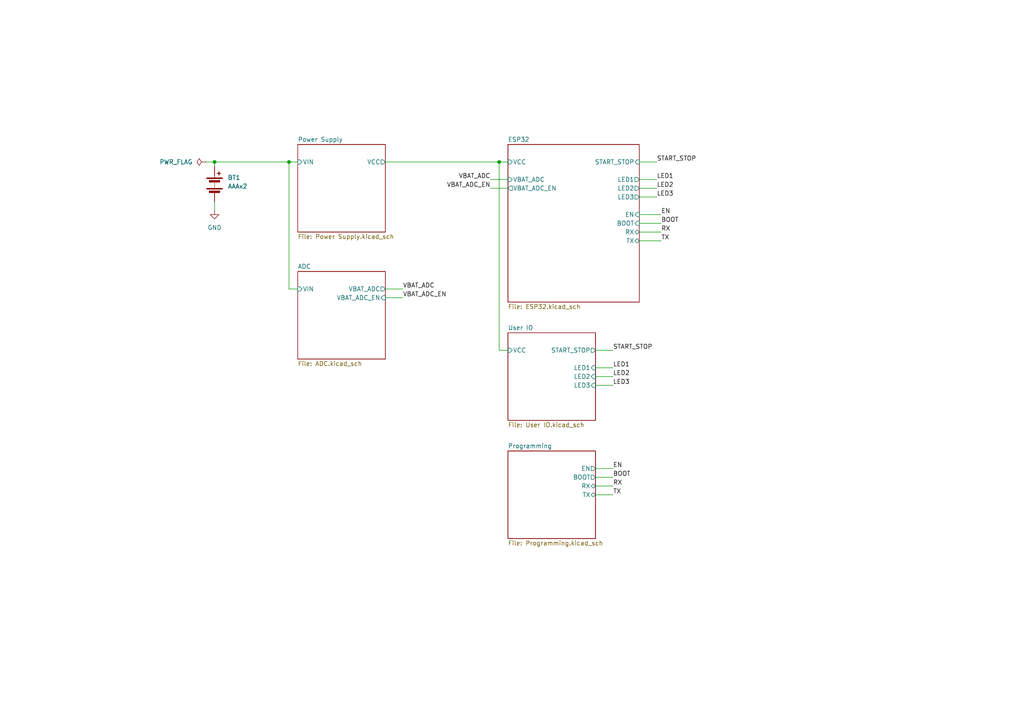
<source format=kicad_sch>
(kicad_sch (version 20230121) (generator eeschema)
  (paper "A4")
  (title_block (title "Key Fob") (date "2023-10-17") (company "J2B") (comment 1 "Author: Ben Martens"))
  (lib_symbols
    (symbol "Device:Battery" (pin_numbers hide) (pin_names (offset 0) hide)
      (property "Reference" "BT" (at 2.54 2.54 0))
      (property "Value" "Battery" (at 2.54 0 0))
      (symbol "Battery_0_1"
        (rectangle (start -2.286 -1.27) (end 2.286 -1.524) (fill (type outline)))
        (rectangle (start -2.286 1.778) (end 2.286 1.524) (fill (type outline)))
        (rectangle (start -1.524 -2.032) (end 1.524 -2.54) (fill (type outline)))
        (rectangle (start -1.524 1.016) (end 1.524 0.508) (fill (type outline)))
        (polyline (pts (xy 0 -1.016) (xy 0 -0.762)))
        (polyline (pts (xy 0 -0.508) (xy 0 -0.254)))
        (polyline (pts (xy 0 0) (xy 0 0.254)))
        (polyline (pts (xy 0 1.778) (xy 0 2.54)))
        (polyline (pts (xy 0.762 3.048) (xy 1.778 3.048)) (stroke (width 0.254)))
        (polyline (pts (xy 1.27 3.556) (xy 1.27 2.54)) (stroke (width 0.254)))
      )
      (symbol "Battery_1_1"
        (pin passive line (at 0 5.08 270) (length 2.54) (name "+") (number "1"))
        (pin passive line (at 0 -5.08 90) (length 2.54) (name "-") (number "2"))
      )
    )
    (symbol "power:GND" (power) (pin_names (offset 0))
      (property "Value" "GND" (at 0 -3.81 0))
      (symbol "GND_0_1"
        (polyline (pts (xy 0 0) (xy 0 -1.27) (xy 1.27 -1.27) (xy 0 -2.54) (xy -1.27 -1.27) (xy 0 -1.27)))
      )
      (symbol "GND_1_1"
        (pin power_in line (at 0 0 270) (length 0) hide (name "GND") (number "1"))
      )
    )
    (symbol "power:PWR_FLAG" (power) (pin_numbers hide) (pin_names (offset 0) hide)
      (property "Value" "PWR_FLAG" (at 0 3.81 0))
      (symbol "PWR_FLAG_0_0"
        (pin power_out line (at 0 0 90) (length 0) (name "pwr") (number "1"))
      )
      (symbol "PWR_FLAG_0_1"
        (polyline (pts (xy 0 0) (xy 0 1.27) (xy -1.016 1.905) (xy 0 2.54) (xy 1.016 1.905) (xy 0 1.27)))
      )
    )
  )
  (junction (at 62.23 46.99))
  (junction (at 144.78 46.99))
  (junction (at 83.82 46.99))
  (wire (pts (xy 83.82 83.82) (xy 83.82 46.99)))
  (wire (pts (xy 111.76 86.36) (xy 116.84 86.36)))
  (wire (pts (xy 59.69 46.99) (xy 62.23 46.99)))
  (wire (pts (xy 142.24 52.07) (xy 147.32 52.07)))
  (wire (pts (xy 142.24 54.61) (xy 147.32 54.61)))
  (wire (pts (xy 111.76 46.99) (xy 144.78 46.99)))
  (wire (pts (xy 185.42 69.85) (xy 191.77 69.85)))
  (wire (pts (xy 86.36 46.99) (xy 83.82 46.99)))
  (wire (pts (xy 172.72 109.22) (xy 177.8 109.22)))
  (wire (pts (xy 172.72 138.43) (xy 177.8 138.43)))
  (wire (pts (xy 185.42 46.99) (xy 190.5 46.99)))
  (wire (pts (xy 144.78 101.6) (xy 147.32 101.6)))
  (wire (pts (xy 172.72 111.76) (xy 177.8 111.76)))
  (wire (pts (xy 185.42 62.23) (xy 191.77 62.23)))
  (wire (pts (xy 172.72 143.51) (xy 177.8 143.51)))
  (wire (pts (xy 172.72 106.68) (xy 177.8 106.68)))
  (wire (pts (xy 111.76 83.82) (xy 116.84 83.82)))
  (wire (pts (xy 172.72 140.97) (xy 177.8 140.97)))
  (wire (pts (xy 172.72 101.6) (xy 177.8 101.6)))
  (wire (pts (xy 185.42 54.61) (xy 190.5 54.61)))
  (wire (pts (xy 62.23 58.42) (xy 62.23 60.96)))
  (wire (pts (xy 86.36 83.82) (xy 83.82 83.82)))
  (wire (pts (xy 185.42 52.07) (xy 190.5 52.07)))
  (wire (pts (xy 144.78 46.99) (xy 144.78 101.6)))
  (wire (pts (xy 62.23 46.99) (xy 83.82 46.99)))
  (wire (pts (xy 62.23 46.99) (xy 62.23 48.26)))
  (wire (pts (xy 172.72 135.89) (xy 177.8 135.89)))
  (wire (pts (xy 185.42 57.15) (xy 190.5 57.15)))
  (wire (pts (xy 185.42 67.31) (xy 191.77 67.31)))
  (wire (pts (xy 144.78 46.99) (xy 147.32 46.99)))
  (wire (pts (xy 185.42 64.77) (xy 191.77 64.77)))
  (label "VBAT_ADC" (at 116.84 83.82 0))
  (label "LED2" (at 177.8 109.22 0))
  (label "VBAT_ADC_EN" (at 116.84 86.36 0))
  (label "LED3" (at 177.8 111.76 0))
  (label "LED2" (at 190.5 54.61 0))
  (label "LED1" (at 177.8 106.68 0))
  (label "LED1" (at 190.5 52.07 0))
  (label "START_STOP" (at 190.5 46.99 0))
  (label "EN" (at 191.77 62.23 0))
  (label "TX" (at 191.77 69.85 0))
  (label "BOOT" (at 177.8 138.43 0))
  (label "START_STOP" (at 177.8 101.6 0))
  (label "EN" (at 177.8 135.89 0))
  (label "VBAT_ADC" (at 142.24 52.07 180))
  (label "RX" (at 191.77 67.31 0))
  (label "LED3" (at 190.5 57.15 0))
  (label "BOOT" (at 191.77 64.77 0))
  (label "RX" (at 177.8 140.97 0))
  (label "TX" (at 177.8 143.51 0))
  (label "VBAT_ADC_EN" (at 142.24 54.61 180))
  (symbol (lib_id "Device:Battery") (at 62.23 53.34 0) (unit 1) (in_bom no)
    (property "Reference" "BT1" (at 66.04 51.4985 0) (effects (justify left)))
    (property "Value" "AAAx2" (at 66.04 54.0385 0) (effects (justify left)))
    (property "Footprint" "Connector_PinHeader_2.54mm:PinHeader_1x02_P2.54mm_Vertical" (effects hide))
  )
  (symbol (lib_id "power:PWR_FLAG") (at 59.69 46.99 90) (unit 1)
    (property "Reference" "#FLG01" (effects hide))
    (property "Value" "PWR_FLAG" (at 55.88 46.99 90) (effects (justify left)))
  )
  (symbol (lib_id "power:GND") (at 62.23 60.96 0) (unit 1)
    (property "Reference" "#PWR01" (effects hide))
    (property "Value" "GND" (at 62.23 66.04 0))
  )
  (sheet (at 147.32 96.52) (size 25.4 25.4) (stroke (width 0.1524))
    (property "Sheetname" "User IO" (at 147.32 95.8084 0) (effects (justify left bottom)))
    (property "Sheetfile" "User IO.kicad_sch" (at 147.32 122.5046 0) (effects (justify left top)))
    (pin "START_STOP" output (at 172.72 101.6 0))
    (pin "LED1" input (at 172.72 106.68 0))
    (pin "LED2" input (at 172.72 109.22 0))
    (pin "VCC" input (at 147.32 101.6 180))
    (pin "LED3" input (at 172.72 111.76 0))
  )
  (sheet (at 147.32 41.91) (size 38.1 45.72) (stroke (width 0.1524))
    (property "Sheetname" "ESP32" (at 147.32 41.1984 0) (effects (justify left bottom)))
    (property "Sheetfile" "ESP32.kicad_sch" (at 147.32 88.2146 0) (effects (justify left top)))
    (pin "START_STOP" input (at 185.42 46.99 0))
    (pin "VCC" input (at 147.32 46.99 180))
    (pin "TX" bidirectional (at 185.42 69.85 0))
    (pin "RX" bidirectional (at 185.42 67.31 0))
    (pin "BOOT" input (at 185.42 64.77 0))
    (pin "EN" input (at 185.42 62.23 0))
    (pin "LED1" output (at 185.42 52.07 0))
    (pin "LED2" output (at 185.42 54.61 0))
    (pin "LED3" output (at 185.42 57.15 0))
    (pin "VBAT_ADC" input (at 147.32 52.07 180))
    (pin "VBAT_ADC_EN" output (at 147.32 54.61 180))
  )
  (sheet (at 86.36 78.74) (size 25.4 25.4) (stroke (width 0.1524))
    (property "Sheetname" "ADC" (at 86.36 78.0284 0) (effects (justify left bottom)))
    (property "Sheetfile" "ADC.kicad_sch" (at 86.36 104.7246 0) (effects (justify left top)))
    (pin "VBAT_ADC" output (at 111.76 83.82 0))
    (pin "VIN" input (at 86.36 83.82 180))
    (pin "VBAT_ADC_EN" input (at 111.76 86.36 0))
  )
  (sheet (at 86.36 41.91) (size 25.4 25.4) (stroke (width 0.1524))
    (property "Sheetname" "Power Supply" (at 86.36 41.1984 0) (effects (justify left bottom)))
    (property "Sheetfile" "Power Supply.kicad_sch" (at 86.36 67.8946 0) (effects (justify left top)))
    (pin "VCC" output (at 111.76 46.99 0))
    (pin "VIN" input (at 86.36 46.99 180))
  )
  (sheet (at 147.32 130.81) (size 25.4 25.4) (stroke (width 0.1524))
    (property "Sheetname" "Programming" (at 147.32 130.0984 0) (effects (justify left bottom)))
    (property "Sheetfile" "Programming.kicad_sch" (at 147.32 156.7946 0) (effects (justify left top)))
    (pin "RX" bidirectional (at 172.72 140.97 0))
    (pin "TX" bidirectional (at 172.72 143.51 0))
    (pin "EN" output (at 172.72 135.89 0))
    (pin "BOOT" output (at 172.72 138.43 0))
  )
)
</source>
